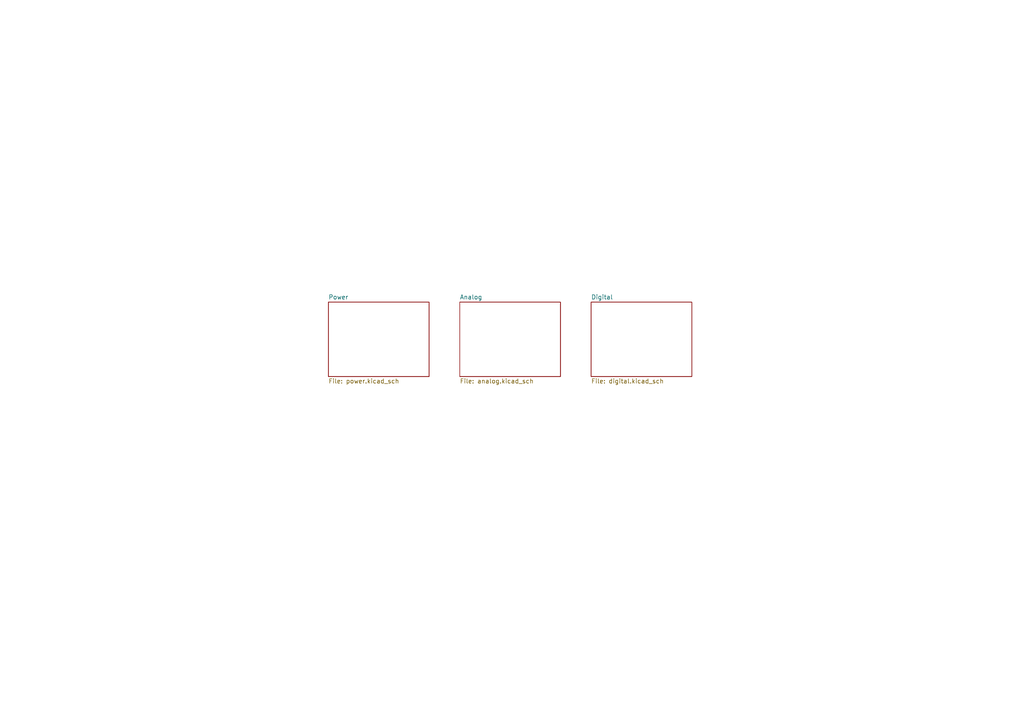
<source format=kicad_sch>
(kicad_sch (version 20230121) (generator eeschema)
  (paper "A4")
  (title_block (title "ESR meter"))
  (lib_symbols)
  (sheet (at 133.35 87.63) (size 29.21 21.59) (stroke (width 0.1524))
    (property "Sheetname" "Analog" (at 133.35 86.9184 0) (effects (justify left bottom)))
    (property "Sheetfile" "analog.kicad_sch" (at 133.35 109.8046 0) (effects (justify left top)))
  )
  (sheet (at 95.25 87.63) (size 29.21 21.59) (stroke (width 0.1524))
    (property "Sheetname" "Power" (at 95.25 86.9184 0) (effects (justify left bottom)))
    (property "Sheetfile" "power.kicad_sch" (at 95.25 109.8046 0) (effects (justify left top)))
  )
  (sheet (at 171.45 87.63) (size 29.21 21.59) (stroke (width 0.1524))
    (property "Sheetname" "Digital" (at 171.45 86.9184 0) (effects (justify left bottom)))
    (property "Sheetfile" "digital.kicad_sch" (at 171.45 109.8046 0) (effects (justify left top)))
  )
)
</source>
